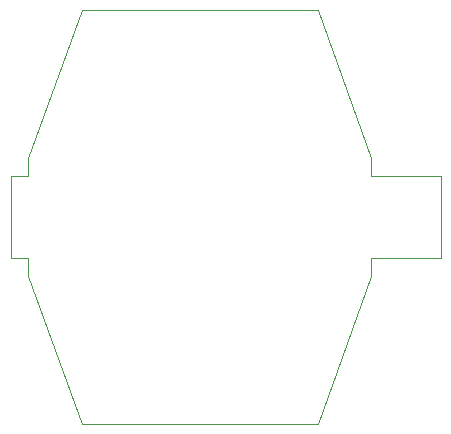
<source format=gko>
G04 Layer_Color=16711935*
%FSAX44Y44*%
%MOMM*%
G71*
G01*
G75*
%ADD42C,0.0003*%
D42*
X00708000Y00762000D02*
X00753000Y00887000D01*
X00463000Y00987000D02*
X00508000Y01112000D01*
X00708000D02*
X00753000Y00987000D01*
X00508000Y01112000D02*
X00708000D01*
X00753000Y00972001D02*
Y00987000D01*
X00463000Y00887000D02*
Y00902000D01*
X00448000D02*
X00463000D01*
Y00972001D02*
Y00987000D01*
X00448000Y00972001D02*
X00463000D01*
X00448000Y00902000D02*
Y00972001D01*
X00753000D02*
X00811928D01*
Y00902000D02*
Y00972001D01*
X00753001Y00902000D02*
X00811928D01*
X00753000Y00887000D02*
Y00901999D01*
X00508000Y00762000D02*
X00708000D01*
X00463000Y00887000D02*
X00508000Y00762000D01*
M02*

</source>
